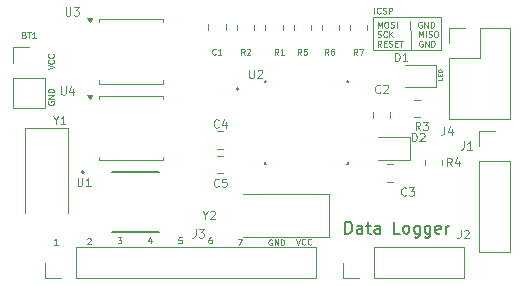
<source format=gbr>
%TF.GenerationSoftware,KiCad,Pcbnew,8.0.5*%
%TF.CreationDate,2024-09-30T08:41:21+06:00*%
%TF.ProjectId,MCU Datalogger,4d435520-4461-4746-916c-6f676765722e,rev?*%
%TF.SameCoordinates,Original*%
%TF.FileFunction,Legend,Top*%
%TF.FilePolarity,Positive*%
%FSLAX46Y46*%
G04 Gerber Fmt 4.6, Leading zero omitted, Abs format (unit mm)*
G04 Created by KiCad (PCBNEW 8.0.5) date 2024-09-30 08:41:21*
%MOMM*%
%LPD*%
G01*
G04 APERTURE LIST*
%ADD10C,0.100000*%
%ADD11C,0.200000*%
%ADD12C,0.075000*%
%ADD13C,0.120000*%
%ADD14C,0.127000*%
G04 APERTURE END LIST*
D10*
X115124608Y-80358009D02*
X115291274Y-80858009D01*
X115291274Y-80858009D02*
X115457941Y-80358009D01*
X115910321Y-80810390D02*
X115886512Y-80834200D01*
X115886512Y-80834200D02*
X115815083Y-80858009D01*
X115815083Y-80858009D02*
X115767464Y-80858009D01*
X115767464Y-80858009D02*
X115696036Y-80834200D01*
X115696036Y-80834200D02*
X115648417Y-80786580D01*
X115648417Y-80786580D02*
X115624607Y-80738961D01*
X115624607Y-80738961D02*
X115600798Y-80643723D01*
X115600798Y-80643723D02*
X115600798Y-80572295D01*
X115600798Y-80572295D02*
X115624607Y-80477057D01*
X115624607Y-80477057D02*
X115648417Y-80429438D01*
X115648417Y-80429438D02*
X115696036Y-80381819D01*
X115696036Y-80381819D02*
X115767464Y-80358009D01*
X115767464Y-80358009D02*
X115815083Y-80358009D01*
X115815083Y-80358009D02*
X115886512Y-80381819D01*
X115886512Y-80381819D02*
X115910321Y-80405628D01*
X116410321Y-80810390D02*
X116386512Y-80834200D01*
X116386512Y-80834200D02*
X116315083Y-80858009D01*
X116315083Y-80858009D02*
X116267464Y-80858009D01*
X116267464Y-80858009D02*
X116196036Y-80834200D01*
X116196036Y-80834200D02*
X116148417Y-80786580D01*
X116148417Y-80786580D02*
X116124607Y-80738961D01*
X116124607Y-80738961D02*
X116100798Y-80643723D01*
X116100798Y-80643723D02*
X116100798Y-80572295D01*
X116100798Y-80572295D02*
X116124607Y-80477057D01*
X116124607Y-80477057D02*
X116148417Y-80429438D01*
X116148417Y-80429438D02*
X116196036Y-80381819D01*
X116196036Y-80381819D02*
X116267464Y-80358009D01*
X116267464Y-80358009D02*
X116315083Y-80358009D01*
X116315083Y-80358009D02*
X116386512Y-80381819D01*
X116386512Y-80381819D02*
X116410321Y-80405628D01*
X113070341Y-80432619D02*
X113022722Y-80408809D01*
X113022722Y-80408809D02*
X112951293Y-80408809D01*
X112951293Y-80408809D02*
X112879865Y-80432619D01*
X112879865Y-80432619D02*
X112832246Y-80480238D01*
X112832246Y-80480238D02*
X112808436Y-80527857D01*
X112808436Y-80527857D02*
X112784627Y-80623095D01*
X112784627Y-80623095D02*
X112784627Y-80694523D01*
X112784627Y-80694523D02*
X112808436Y-80789761D01*
X112808436Y-80789761D02*
X112832246Y-80837380D01*
X112832246Y-80837380D02*
X112879865Y-80885000D01*
X112879865Y-80885000D02*
X112951293Y-80908809D01*
X112951293Y-80908809D02*
X112998912Y-80908809D01*
X112998912Y-80908809D02*
X113070341Y-80885000D01*
X113070341Y-80885000D02*
X113094150Y-80861190D01*
X113094150Y-80861190D02*
X113094150Y-80694523D01*
X113094150Y-80694523D02*
X112998912Y-80694523D01*
X113308436Y-80908809D02*
X113308436Y-80408809D01*
X113308436Y-80408809D02*
X113594150Y-80908809D01*
X113594150Y-80908809D02*
X113594150Y-80408809D01*
X113832246Y-80908809D02*
X113832246Y-80408809D01*
X113832246Y-80408809D02*
X113951294Y-80408809D01*
X113951294Y-80408809D02*
X114022722Y-80432619D01*
X114022722Y-80432619D02*
X114070341Y-80480238D01*
X114070341Y-80480238D02*
X114094151Y-80527857D01*
X114094151Y-80527857D02*
X114117960Y-80623095D01*
X114117960Y-80623095D02*
X114117960Y-80694523D01*
X114117960Y-80694523D02*
X114094151Y-80789761D01*
X114094151Y-80789761D02*
X114070341Y-80837380D01*
X114070341Y-80837380D02*
X114022722Y-80885000D01*
X114022722Y-80885000D02*
X113951294Y-80908809D01*
X113951294Y-80908809D02*
X113832246Y-80908809D01*
X110170017Y-80408809D02*
X110503350Y-80408809D01*
X110503350Y-80408809D02*
X110289065Y-80908809D01*
X107942722Y-80256409D02*
X107847484Y-80256409D01*
X107847484Y-80256409D02*
X107799865Y-80280219D01*
X107799865Y-80280219D02*
X107776055Y-80304028D01*
X107776055Y-80304028D02*
X107728436Y-80375457D01*
X107728436Y-80375457D02*
X107704627Y-80470695D01*
X107704627Y-80470695D02*
X107704627Y-80661171D01*
X107704627Y-80661171D02*
X107728436Y-80708790D01*
X107728436Y-80708790D02*
X107752246Y-80732600D01*
X107752246Y-80732600D02*
X107799865Y-80756409D01*
X107799865Y-80756409D02*
X107895103Y-80756409D01*
X107895103Y-80756409D02*
X107942722Y-80732600D01*
X107942722Y-80732600D02*
X107966531Y-80708790D01*
X107966531Y-80708790D02*
X107990341Y-80661171D01*
X107990341Y-80661171D02*
X107990341Y-80542123D01*
X107990341Y-80542123D02*
X107966531Y-80494504D01*
X107966531Y-80494504D02*
X107942722Y-80470695D01*
X107942722Y-80470695D02*
X107895103Y-80446885D01*
X107895103Y-80446885D02*
X107799865Y-80446885D01*
X107799865Y-80446885D02*
X107752246Y-80470695D01*
X107752246Y-80470695D02*
X107728436Y-80494504D01*
X107728436Y-80494504D02*
X107704627Y-80542123D01*
X105426531Y-80256409D02*
X105188436Y-80256409D01*
X105188436Y-80256409D02*
X105164627Y-80494504D01*
X105164627Y-80494504D02*
X105188436Y-80470695D01*
X105188436Y-80470695D02*
X105236055Y-80446885D01*
X105236055Y-80446885D02*
X105355103Y-80446885D01*
X105355103Y-80446885D02*
X105402722Y-80470695D01*
X105402722Y-80470695D02*
X105426531Y-80494504D01*
X105426531Y-80494504D02*
X105450341Y-80542123D01*
X105450341Y-80542123D02*
X105450341Y-80661171D01*
X105450341Y-80661171D02*
X105426531Y-80708790D01*
X105426531Y-80708790D02*
X105402722Y-80732600D01*
X105402722Y-80732600D02*
X105355103Y-80756409D01*
X105355103Y-80756409D02*
X105236055Y-80756409D01*
X105236055Y-80756409D02*
X105188436Y-80732600D01*
X105188436Y-80732600D02*
X105164627Y-80708790D01*
X102862722Y-80423076D02*
X102862722Y-80756409D01*
X102743674Y-80232600D02*
X102624627Y-80589742D01*
X102624627Y-80589742D02*
X102934150Y-80589742D01*
X100010017Y-80256409D02*
X100319541Y-80256409D01*
X100319541Y-80256409D02*
X100152874Y-80446885D01*
X100152874Y-80446885D02*
X100224303Y-80446885D01*
X100224303Y-80446885D02*
X100271922Y-80470695D01*
X100271922Y-80470695D02*
X100295731Y-80494504D01*
X100295731Y-80494504D02*
X100319541Y-80542123D01*
X100319541Y-80542123D02*
X100319541Y-80661171D01*
X100319541Y-80661171D02*
X100295731Y-80708790D01*
X100295731Y-80708790D02*
X100271922Y-80732600D01*
X100271922Y-80732600D02*
X100224303Y-80756409D01*
X100224303Y-80756409D02*
X100081446Y-80756409D01*
X100081446Y-80756409D02*
X100033827Y-80732600D01*
X100033827Y-80732600D02*
X100010017Y-80708790D01*
X97443027Y-80354828D02*
X97466836Y-80331019D01*
X97466836Y-80331019D02*
X97514455Y-80307209D01*
X97514455Y-80307209D02*
X97633503Y-80307209D01*
X97633503Y-80307209D02*
X97681122Y-80331019D01*
X97681122Y-80331019D02*
X97704931Y-80354828D01*
X97704931Y-80354828D02*
X97728741Y-80402447D01*
X97728741Y-80402447D02*
X97728741Y-80450066D01*
X97728741Y-80450066D02*
X97704931Y-80521495D01*
X97704931Y-80521495D02*
X97419217Y-80807209D01*
X97419217Y-80807209D02*
X97728741Y-80807209D01*
X94934741Y-80858009D02*
X94649027Y-80858009D01*
X94791884Y-80858009D02*
X94791884Y-80358009D01*
X94791884Y-80358009D02*
X94744265Y-80429438D01*
X94744265Y-80429438D02*
X94696646Y-80477057D01*
X94696646Y-80477057D02*
X94649027Y-80500866D01*
X94124809Y-66028191D02*
X94624809Y-65861525D01*
X94624809Y-65861525D02*
X94124809Y-65694858D01*
X94577190Y-65242478D02*
X94601000Y-65266287D01*
X94601000Y-65266287D02*
X94624809Y-65337716D01*
X94624809Y-65337716D02*
X94624809Y-65385335D01*
X94624809Y-65385335D02*
X94601000Y-65456763D01*
X94601000Y-65456763D02*
X94553380Y-65504382D01*
X94553380Y-65504382D02*
X94505761Y-65528192D01*
X94505761Y-65528192D02*
X94410523Y-65552001D01*
X94410523Y-65552001D02*
X94339095Y-65552001D01*
X94339095Y-65552001D02*
X94243857Y-65528192D01*
X94243857Y-65528192D02*
X94196238Y-65504382D01*
X94196238Y-65504382D02*
X94148619Y-65456763D01*
X94148619Y-65456763D02*
X94124809Y-65385335D01*
X94124809Y-65385335D02*
X94124809Y-65337716D01*
X94124809Y-65337716D02*
X94148619Y-65266287D01*
X94148619Y-65266287D02*
X94172428Y-65242478D01*
X94577190Y-64742478D02*
X94601000Y-64766287D01*
X94601000Y-64766287D02*
X94624809Y-64837716D01*
X94624809Y-64837716D02*
X94624809Y-64885335D01*
X94624809Y-64885335D02*
X94601000Y-64956763D01*
X94601000Y-64956763D02*
X94553380Y-65004382D01*
X94553380Y-65004382D02*
X94505761Y-65028192D01*
X94505761Y-65028192D02*
X94410523Y-65052001D01*
X94410523Y-65052001D02*
X94339095Y-65052001D01*
X94339095Y-65052001D02*
X94243857Y-65028192D01*
X94243857Y-65028192D02*
X94196238Y-65004382D01*
X94196238Y-65004382D02*
X94148619Y-64956763D01*
X94148619Y-64956763D02*
X94124809Y-64885335D01*
X94124809Y-64885335D02*
X94124809Y-64837716D01*
X94124809Y-64837716D02*
X94148619Y-64766287D01*
X94148619Y-64766287D02*
X94172428Y-64742478D01*
X94148619Y-68742858D02*
X94124809Y-68790477D01*
X94124809Y-68790477D02*
X94124809Y-68861906D01*
X94124809Y-68861906D02*
X94148619Y-68933334D01*
X94148619Y-68933334D02*
X94196238Y-68980953D01*
X94196238Y-68980953D02*
X94243857Y-69004763D01*
X94243857Y-69004763D02*
X94339095Y-69028572D01*
X94339095Y-69028572D02*
X94410523Y-69028572D01*
X94410523Y-69028572D02*
X94505761Y-69004763D01*
X94505761Y-69004763D02*
X94553380Y-68980953D01*
X94553380Y-68980953D02*
X94601000Y-68933334D01*
X94601000Y-68933334D02*
X94624809Y-68861906D01*
X94624809Y-68861906D02*
X94624809Y-68814287D01*
X94624809Y-68814287D02*
X94601000Y-68742858D01*
X94601000Y-68742858D02*
X94577190Y-68719049D01*
X94577190Y-68719049D02*
X94410523Y-68719049D01*
X94410523Y-68719049D02*
X94410523Y-68814287D01*
X94624809Y-68504763D02*
X94124809Y-68504763D01*
X94124809Y-68504763D02*
X94624809Y-68219049D01*
X94624809Y-68219049D02*
X94124809Y-68219049D01*
X94624809Y-67980953D02*
X94124809Y-67980953D01*
X94124809Y-67980953D02*
X94124809Y-67861905D01*
X94124809Y-67861905D02*
X94148619Y-67790477D01*
X94148619Y-67790477D02*
X94196238Y-67742858D01*
X94196238Y-67742858D02*
X94243857Y-67719048D01*
X94243857Y-67719048D02*
X94339095Y-67695239D01*
X94339095Y-67695239D02*
X94410523Y-67695239D01*
X94410523Y-67695239D02*
X94505761Y-67719048D01*
X94505761Y-67719048D02*
X94553380Y-67742858D01*
X94553380Y-67742858D02*
X94601000Y-67790477D01*
X94601000Y-67790477D02*
X94624809Y-67861905D01*
X94624809Y-67861905D02*
X94624809Y-67980953D01*
X121749236Y-61300009D02*
X121749236Y-60800009D01*
X122273045Y-61252390D02*
X122249236Y-61276200D01*
X122249236Y-61276200D02*
X122177807Y-61300009D01*
X122177807Y-61300009D02*
X122130188Y-61300009D01*
X122130188Y-61300009D02*
X122058760Y-61276200D01*
X122058760Y-61276200D02*
X122011141Y-61228580D01*
X122011141Y-61228580D02*
X121987331Y-61180961D01*
X121987331Y-61180961D02*
X121963522Y-61085723D01*
X121963522Y-61085723D02*
X121963522Y-61014295D01*
X121963522Y-61014295D02*
X121987331Y-60919057D01*
X121987331Y-60919057D02*
X122011141Y-60871438D01*
X122011141Y-60871438D02*
X122058760Y-60823819D01*
X122058760Y-60823819D02*
X122130188Y-60800009D01*
X122130188Y-60800009D02*
X122177807Y-60800009D01*
X122177807Y-60800009D02*
X122249236Y-60823819D01*
X122249236Y-60823819D02*
X122273045Y-60847628D01*
X122463522Y-61276200D02*
X122534950Y-61300009D01*
X122534950Y-61300009D02*
X122653998Y-61300009D01*
X122653998Y-61300009D02*
X122701617Y-61276200D01*
X122701617Y-61276200D02*
X122725426Y-61252390D01*
X122725426Y-61252390D02*
X122749236Y-61204771D01*
X122749236Y-61204771D02*
X122749236Y-61157152D01*
X122749236Y-61157152D02*
X122725426Y-61109533D01*
X122725426Y-61109533D02*
X122701617Y-61085723D01*
X122701617Y-61085723D02*
X122653998Y-61061914D01*
X122653998Y-61061914D02*
X122558760Y-61038104D01*
X122558760Y-61038104D02*
X122511141Y-61014295D01*
X122511141Y-61014295D02*
X122487331Y-60990485D01*
X122487331Y-60990485D02*
X122463522Y-60942866D01*
X122463522Y-60942866D02*
X122463522Y-60895247D01*
X122463522Y-60895247D02*
X122487331Y-60847628D01*
X122487331Y-60847628D02*
X122511141Y-60823819D01*
X122511141Y-60823819D02*
X122558760Y-60800009D01*
X122558760Y-60800009D02*
X122677807Y-60800009D01*
X122677807Y-60800009D02*
X122749236Y-60823819D01*
X122963521Y-61300009D02*
X122963521Y-60800009D01*
X122963521Y-60800009D02*
X123153997Y-60800009D01*
X123153997Y-60800009D02*
X123201616Y-60823819D01*
X123201616Y-60823819D02*
X123225426Y-60847628D01*
X123225426Y-60847628D02*
X123249235Y-60895247D01*
X123249235Y-60895247D02*
X123249235Y-60966676D01*
X123249235Y-60966676D02*
X123225426Y-61014295D01*
X123225426Y-61014295D02*
X123201616Y-61038104D01*
X123201616Y-61038104D02*
X123153997Y-61061914D01*
X123153997Y-61061914D02*
X122963521Y-61061914D01*
X121666000Y-61620400D02*
X127406400Y-61620400D01*
X127406400Y-64414400D01*
X121666000Y-64414400D01*
X121666000Y-61620400D01*
X122054036Y-62484065D02*
X122054036Y-61984065D01*
X122054036Y-61984065D02*
X122220703Y-62341208D01*
X122220703Y-62341208D02*
X122387369Y-61984065D01*
X122387369Y-61984065D02*
X122387369Y-62484065D01*
X122720703Y-61984065D02*
X122815941Y-61984065D01*
X122815941Y-61984065D02*
X122863560Y-62007875D01*
X122863560Y-62007875D02*
X122911179Y-62055494D01*
X122911179Y-62055494D02*
X122934989Y-62150732D01*
X122934989Y-62150732D02*
X122934989Y-62317398D01*
X122934989Y-62317398D02*
X122911179Y-62412636D01*
X122911179Y-62412636D02*
X122863560Y-62460256D01*
X122863560Y-62460256D02*
X122815941Y-62484065D01*
X122815941Y-62484065D02*
X122720703Y-62484065D01*
X122720703Y-62484065D02*
X122673084Y-62460256D01*
X122673084Y-62460256D02*
X122625465Y-62412636D01*
X122625465Y-62412636D02*
X122601656Y-62317398D01*
X122601656Y-62317398D02*
X122601656Y-62150732D01*
X122601656Y-62150732D02*
X122625465Y-62055494D01*
X122625465Y-62055494D02*
X122673084Y-62007875D01*
X122673084Y-62007875D02*
X122720703Y-61984065D01*
X123125466Y-62460256D02*
X123196894Y-62484065D01*
X123196894Y-62484065D02*
X123315942Y-62484065D01*
X123315942Y-62484065D02*
X123363561Y-62460256D01*
X123363561Y-62460256D02*
X123387370Y-62436446D01*
X123387370Y-62436446D02*
X123411180Y-62388827D01*
X123411180Y-62388827D02*
X123411180Y-62341208D01*
X123411180Y-62341208D02*
X123387370Y-62293589D01*
X123387370Y-62293589D02*
X123363561Y-62269779D01*
X123363561Y-62269779D02*
X123315942Y-62245970D01*
X123315942Y-62245970D02*
X123220704Y-62222160D01*
X123220704Y-62222160D02*
X123173085Y-62198351D01*
X123173085Y-62198351D02*
X123149275Y-62174541D01*
X123149275Y-62174541D02*
X123125466Y-62126922D01*
X123125466Y-62126922D02*
X123125466Y-62079303D01*
X123125466Y-62079303D02*
X123149275Y-62031684D01*
X123149275Y-62031684D02*
X123173085Y-62007875D01*
X123173085Y-62007875D02*
X123220704Y-61984065D01*
X123220704Y-61984065D02*
X123339751Y-61984065D01*
X123339751Y-61984065D02*
X123411180Y-62007875D01*
X123625465Y-62484065D02*
X123625465Y-61984065D01*
X124744512Y-62650732D02*
X124744512Y-61936446D01*
X125744511Y-62007875D02*
X125696892Y-61984065D01*
X125696892Y-61984065D02*
X125625463Y-61984065D01*
X125625463Y-61984065D02*
X125554035Y-62007875D01*
X125554035Y-62007875D02*
X125506416Y-62055494D01*
X125506416Y-62055494D02*
X125482606Y-62103113D01*
X125482606Y-62103113D02*
X125458797Y-62198351D01*
X125458797Y-62198351D02*
X125458797Y-62269779D01*
X125458797Y-62269779D02*
X125482606Y-62365017D01*
X125482606Y-62365017D02*
X125506416Y-62412636D01*
X125506416Y-62412636D02*
X125554035Y-62460256D01*
X125554035Y-62460256D02*
X125625463Y-62484065D01*
X125625463Y-62484065D02*
X125673082Y-62484065D01*
X125673082Y-62484065D02*
X125744511Y-62460256D01*
X125744511Y-62460256D02*
X125768320Y-62436446D01*
X125768320Y-62436446D02*
X125768320Y-62269779D01*
X125768320Y-62269779D02*
X125673082Y-62269779D01*
X125982606Y-62484065D02*
X125982606Y-61984065D01*
X125982606Y-61984065D02*
X126268320Y-62484065D01*
X126268320Y-62484065D02*
X126268320Y-61984065D01*
X126506416Y-62484065D02*
X126506416Y-61984065D01*
X126506416Y-61984065D02*
X126625464Y-61984065D01*
X126625464Y-61984065D02*
X126696892Y-62007875D01*
X126696892Y-62007875D02*
X126744511Y-62055494D01*
X126744511Y-62055494D02*
X126768321Y-62103113D01*
X126768321Y-62103113D02*
X126792130Y-62198351D01*
X126792130Y-62198351D02*
X126792130Y-62269779D01*
X126792130Y-62269779D02*
X126768321Y-62365017D01*
X126768321Y-62365017D02*
X126744511Y-62412636D01*
X126744511Y-62412636D02*
X126696892Y-62460256D01*
X126696892Y-62460256D02*
X126625464Y-62484065D01*
X126625464Y-62484065D02*
X126506416Y-62484065D01*
X122030227Y-63265228D02*
X122101655Y-63289037D01*
X122101655Y-63289037D02*
X122220703Y-63289037D01*
X122220703Y-63289037D02*
X122268322Y-63265228D01*
X122268322Y-63265228D02*
X122292131Y-63241418D01*
X122292131Y-63241418D02*
X122315941Y-63193799D01*
X122315941Y-63193799D02*
X122315941Y-63146180D01*
X122315941Y-63146180D02*
X122292131Y-63098561D01*
X122292131Y-63098561D02*
X122268322Y-63074751D01*
X122268322Y-63074751D02*
X122220703Y-63050942D01*
X122220703Y-63050942D02*
X122125465Y-63027132D01*
X122125465Y-63027132D02*
X122077846Y-63003323D01*
X122077846Y-63003323D02*
X122054036Y-62979513D01*
X122054036Y-62979513D02*
X122030227Y-62931894D01*
X122030227Y-62931894D02*
X122030227Y-62884275D01*
X122030227Y-62884275D02*
X122054036Y-62836656D01*
X122054036Y-62836656D02*
X122077846Y-62812847D01*
X122077846Y-62812847D02*
X122125465Y-62789037D01*
X122125465Y-62789037D02*
X122244512Y-62789037D01*
X122244512Y-62789037D02*
X122315941Y-62812847D01*
X122815940Y-63241418D02*
X122792131Y-63265228D01*
X122792131Y-63265228D02*
X122720702Y-63289037D01*
X122720702Y-63289037D02*
X122673083Y-63289037D01*
X122673083Y-63289037D02*
X122601655Y-63265228D01*
X122601655Y-63265228D02*
X122554036Y-63217608D01*
X122554036Y-63217608D02*
X122530226Y-63169989D01*
X122530226Y-63169989D02*
X122506417Y-63074751D01*
X122506417Y-63074751D02*
X122506417Y-63003323D01*
X122506417Y-63003323D02*
X122530226Y-62908085D01*
X122530226Y-62908085D02*
X122554036Y-62860466D01*
X122554036Y-62860466D02*
X122601655Y-62812847D01*
X122601655Y-62812847D02*
X122673083Y-62789037D01*
X122673083Y-62789037D02*
X122720702Y-62789037D01*
X122720702Y-62789037D02*
X122792131Y-62812847D01*
X122792131Y-62812847D02*
X122815940Y-62836656D01*
X123030226Y-63289037D02*
X123030226Y-62789037D01*
X123315940Y-63289037D02*
X123101655Y-63003323D01*
X123315940Y-62789037D02*
X123030226Y-63074751D01*
X124815940Y-63455704D02*
X124815940Y-62741418D01*
X125554034Y-63289037D02*
X125554034Y-62789037D01*
X125554034Y-62789037D02*
X125720701Y-63146180D01*
X125720701Y-63146180D02*
X125887367Y-62789037D01*
X125887367Y-62789037D02*
X125887367Y-63289037D01*
X126125463Y-63289037D02*
X126125463Y-62789037D01*
X126339749Y-63265228D02*
X126411177Y-63289037D01*
X126411177Y-63289037D02*
X126530225Y-63289037D01*
X126530225Y-63289037D02*
X126577844Y-63265228D01*
X126577844Y-63265228D02*
X126601653Y-63241418D01*
X126601653Y-63241418D02*
X126625463Y-63193799D01*
X126625463Y-63193799D02*
X126625463Y-63146180D01*
X126625463Y-63146180D02*
X126601653Y-63098561D01*
X126601653Y-63098561D02*
X126577844Y-63074751D01*
X126577844Y-63074751D02*
X126530225Y-63050942D01*
X126530225Y-63050942D02*
X126434987Y-63027132D01*
X126434987Y-63027132D02*
X126387368Y-63003323D01*
X126387368Y-63003323D02*
X126363558Y-62979513D01*
X126363558Y-62979513D02*
X126339749Y-62931894D01*
X126339749Y-62931894D02*
X126339749Y-62884275D01*
X126339749Y-62884275D02*
X126363558Y-62836656D01*
X126363558Y-62836656D02*
X126387368Y-62812847D01*
X126387368Y-62812847D02*
X126434987Y-62789037D01*
X126434987Y-62789037D02*
X126554034Y-62789037D01*
X126554034Y-62789037D02*
X126625463Y-62812847D01*
X126934986Y-62789037D02*
X127030224Y-62789037D01*
X127030224Y-62789037D02*
X127077843Y-62812847D01*
X127077843Y-62812847D02*
X127125462Y-62860466D01*
X127125462Y-62860466D02*
X127149272Y-62955704D01*
X127149272Y-62955704D02*
X127149272Y-63122370D01*
X127149272Y-63122370D02*
X127125462Y-63217608D01*
X127125462Y-63217608D02*
X127077843Y-63265228D01*
X127077843Y-63265228D02*
X127030224Y-63289037D01*
X127030224Y-63289037D02*
X126934986Y-63289037D01*
X126934986Y-63289037D02*
X126887367Y-63265228D01*
X126887367Y-63265228D02*
X126839748Y-63217608D01*
X126839748Y-63217608D02*
X126815939Y-63122370D01*
X126815939Y-63122370D02*
X126815939Y-62955704D01*
X126815939Y-62955704D02*
X126839748Y-62860466D01*
X126839748Y-62860466D02*
X126887367Y-62812847D01*
X126887367Y-62812847D02*
X126934986Y-62789037D01*
X122339750Y-64094009D02*
X122173084Y-63855914D01*
X122054036Y-64094009D02*
X122054036Y-63594009D01*
X122054036Y-63594009D02*
X122244512Y-63594009D01*
X122244512Y-63594009D02*
X122292131Y-63617819D01*
X122292131Y-63617819D02*
X122315941Y-63641628D01*
X122315941Y-63641628D02*
X122339750Y-63689247D01*
X122339750Y-63689247D02*
X122339750Y-63760676D01*
X122339750Y-63760676D02*
X122315941Y-63808295D01*
X122315941Y-63808295D02*
X122292131Y-63832104D01*
X122292131Y-63832104D02*
X122244512Y-63855914D01*
X122244512Y-63855914D02*
X122054036Y-63855914D01*
X122554036Y-63832104D02*
X122720703Y-63832104D01*
X122792131Y-64094009D02*
X122554036Y-64094009D01*
X122554036Y-64094009D02*
X122554036Y-63594009D01*
X122554036Y-63594009D02*
X122792131Y-63594009D01*
X122982608Y-64070200D02*
X123054036Y-64094009D01*
X123054036Y-64094009D02*
X123173084Y-64094009D01*
X123173084Y-64094009D02*
X123220703Y-64070200D01*
X123220703Y-64070200D02*
X123244512Y-64046390D01*
X123244512Y-64046390D02*
X123268322Y-63998771D01*
X123268322Y-63998771D02*
X123268322Y-63951152D01*
X123268322Y-63951152D02*
X123244512Y-63903533D01*
X123244512Y-63903533D02*
X123220703Y-63879723D01*
X123220703Y-63879723D02*
X123173084Y-63855914D01*
X123173084Y-63855914D02*
X123077846Y-63832104D01*
X123077846Y-63832104D02*
X123030227Y-63808295D01*
X123030227Y-63808295D02*
X123006417Y-63784485D01*
X123006417Y-63784485D02*
X122982608Y-63736866D01*
X122982608Y-63736866D02*
X122982608Y-63689247D01*
X122982608Y-63689247D02*
X123006417Y-63641628D01*
X123006417Y-63641628D02*
X123030227Y-63617819D01*
X123030227Y-63617819D02*
X123077846Y-63594009D01*
X123077846Y-63594009D02*
X123196893Y-63594009D01*
X123196893Y-63594009D02*
X123268322Y-63617819D01*
X123482607Y-63832104D02*
X123649274Y-63832104D01*
X123720702Y-64094009D02*
X123482607Y-64094009D01*
X123482607Y-64094009D02*
X123482607Y-63594009D01*
X123482607Y-63594009D02*
X123720702Y-63594009D01*
X123863560Y-63594009D02*
X124149274Y-63594009D01*
X124006417Y-64094009D02*
X124006417Y-63594009D01*
X124815940Y-64260676D02*
X124815940Y-63546390D01*
X125815939Y-63617819D02*
X125768320Y-63594009D01*
X125768320Y-63594009D02*
X125696891Y-63594009D01*
X125696891Y-63594009D02*
X125625463Y-63617819D01*
X125625463Y-63617819D02*
X125577844Y-63665438D01*
X125577844Y-63665438D02*
X125554034Y-63713057D01*
X125554034Y-63713057D02*
X125530225Y-63808295D01*
X125530225Y-63808295D02*
X125530225Y-63879723D01*
X125530225Y-63879723D02*
X125554034Y-63974961D01*
X125554034Y-63974961D02*
X125577844Y-64022580D01*
X125577844Y-64022580D02*
X125625463Y-64070200D01*
X125625463Y-64070200D02*
X125696891Y-64094009D01*
X125696891Y-64094009D02*
X125744510Y-64094009D01*
X125744510Y-64094009D02*
X125815939Y-64070200D01*
X125815939Y-64070200D02*
X125839748Y-64046390D01*
X125839748Y-64046390D02*
X125839748Y-63879723D01*
X125839748Y-63879723D02*
X125744510Y-63879723D01*
X126054034Y-64094009D02*
X126054034Y-63594009D01*
X126054034Y-63594009D02*
X126339748Y-64094009D01*
X126339748Y-64094009D02*
X126339748Y-63594009D01*
X126577844Y-64094009D02*
X126577844Y-63594009D01*
X126577844Y-63594009D02*
X126696892Y-63594009D01*
X126696892Y-63594009D02*
X126768320Y-63617819D01*
X126768320Y-63617819D02*
X126815939Y-63665438D01*
X126815939Y-63665438D02*
X126839749Y-63713057D01*
X126839749Y-63713057D02*
X126863558Y-63808295D01*
X126863558Y-63808295D02*
X126863558Y-63879723D01*
X126863558Y-63879723D02*
X126839749Y-63974961D01*
X126839749Y-63974961D02*
X126815939Y-64022580D01*
X126815939Y-64022580D02*
X126768320Y-64070200D01*
X126768320Y-64070200D02*
X126696892Y-64094009D01*
X126696892Y-64094009D02*
X126577844Y-64094009D01*
D11*
X119292473Y-79928019D02*
X119292473Y-78928019D01*
X119292473Y-78928019D02*
X119530568Y-78928019D01*
X119530568Y-78928019D02*
X119673425Y-78975638D01*
X119673425Y-78975638D02*
X119768663Y-79070876D01*
X119768663Y-79070876D02*
X119816282Y-79166114D01*
X119816282Y-79166114D02*
X119863901Y-79356590D01*
X119863901Y-79356590D02*
X119863901Y-79499447D01*
X119863901Y-79499447D02*
X119816282Y-79689923D01*
X119816282Y-79689923D02*
X119768663Y-79785161D01*
X119768663Y-79785161D02*
X119673425Y-79880400D01*
X119673425Y-79880400D02*
X119530568Y-79928019D01*
X119530568Y-79928019D02*
X119292473Y-79928019D01*
X120721044Y-79928019D02*
X120721044Y-79404209D01*
X120721044Y-79404209D02*
X120673425Y-79308971D01*
X120673425Y-79308971D02*
X120578187Y-79261352D01*
X120578187Y-79261352D02*
X120387711Y-79261352D01*
X120387711Y-79261352D02*
X120292473Y-79308971D01*
X120721044Y-79880400D02*
X120625806Y-79928019D01*
X120625806Y-79928019D02*
X120387711Y-79928019D01*
X120387711Y-79928019D02*
X120292473Y-79880400D01*
X120292473Y-79880400D02*
X120244854Y-79785161D01*
X120244854Y-79785161D02*
X120244854Y-79689923D01*
X120244854Y-79689923D02*
X120292473Y-79594685D01*
X120292473Y-79594685D02*
X120387711Y-79547066D01*
X120387711Y-79547066D02*
X120625806Y-79547066D01*
X120625806Y-79547066D02*
X120721044Y-79499447D01*
X121054378Y-79261352D02*
X121435330Y-79261352D01*
X121197235Y-78928019D02*
X121197235Y-79785161D01*
X121197235Y-79785161D02*
X121244854Y-79880400D01*
X121244854Y-79880400D02*
X121340092Y-79928019D01*
X121340092Y-79928019D02*
X121435330Y-79928019D01*
X122197235Y-79928019D02*
X122197235Y-79404209D01*
X122197235Y-79404209D02*
X122149616Y-79308971D01*
X122149616Y-79308971D02*
X122054378Y-79261352D01*
X122054378Y-79261352D02*
X121863902Y-79261352D01*
X121863902Y-79261352D02*
X121768664Y-79308971D01*
X122197235Y-79880400D02*
X122101997Y-79928019D01*
X122101997Y-79928019D02*
X121863902Y-79928019D01*
X121863902Y-79928019D02*
X121768664Y-79880400D01*
X121768664Y-79880400D02*
X121721045Y-79785161D01*
X121721045Y-79785161D02*
X121721045Y-79689923D01*
X121721045Y-79689923D02*
X121768664Y-79594685D01*
X121768664Y-79594685D02*
X121863902Y-79547066D01*
X121863902Y-79547066D02*
X122101997Y-79547066D01*
X122101997Y-79547066D02*
X122197235Y-79499447D01*
X123911521Y-79928019D02*
X123435331Y-79928019D01*
X123435331Y-79928019D02*
X123435331Y-78928019D01*
X124387712Y-79928019D02*
X124292474Y-79880400D01*
X124292474Y-79880400D02*
X124244855Y-79832780D01*
X124244855Y-79832780D02*
X124197236Y-79737542D01*
X124197236Y-79737542D02*
X124197236Y-79451828D01*
X124197236Y-79451828D02*
X124244855Y-79356590D01*
X124244855Y-79356590D02*
X124292474Y-79308971D01*
X124292474Y-79308971D02*
X124387712Y-79261352D01*
X124387712Y-79261352D02*
X124530569Y-79261352D01*
X124530569Y-79261352D02*
X124625807Y-79308971D01*
X124625807Y-79308971D02*
X124673426Y-79356590D01*
X124673426Y-79356590D02*
X124721045Y-79451828D01*
X124721045Y-79451828D02*
X124721045Y-79737542D01*
X124721045Y-79737542D02*
X124673426Y-79832780D01*
X124673426Y-79832780D02*
X124625807Y-79880400D01*
X124625807Y-79880400D02*
X124530569Y-79928019D01*
X124530569Y-79928019D02*
X124387712Y-79928019D01*
X125578188Y-79261352D02*
X125578188Y-80070876D01*
X125578188Y-80070876D02*
X125530569Y-80166114D01*
X125530569Y-80166114D02*
X125482950Y-80213733D01*
X125482950Y-80213733D02*
X125387712Y-80261352D01*
X125387712Y-80261352D02*
X125244855Y-80261352D01*
X125244855Y-80261352D02*
X125149617Y-80213733D01*
X125578188Y-79880400D02*
X125482950Y-79928019D01*
X125482950Y-79928019D02*
X125292474Y-79928019D01*
X125292474Y-79928019D02*
X125197236Y-79880400D01*
X125197236Y-79880400D02*
X125149617Y-79832780D01*
X125149617Y-79832780D02*
X125101998Y-79737542D01*
X125101998Y-79737542D02*
X125101998Y-79451828D01*
X125101998Y-79451828D02*
X125149617Y-79356590D01*
X125149617Y-79356590D02*
X125197236Y-79308971D01*
X125197236Y-79308971D02*
X125292474Y-79261352D01*
X125292474Y-79261352D02*
X125482950Y-79261352D01*
X125482950Y-79261352D02*
X125578188Y-79308971D01*
X126482950Y-79261352D02*
X126482950Y-80070876D01*
X126482950Y-80070876D02*
X126435331Y-80166114D01*
X126435331Y-80166114D02*
X126387712Y-80213733D01*
X126387712Y-80213733D02*
X126292474Y-80261352D01*
X126292474Y-80261352D02*
X126149617Y-80261352D01*
X126149617Y-80261352D02*
X126054379Y-80213733D01*
X126482950Y-79880400D02*
X126387712Y-79928019D01*
X126387712Y-79928019D02*
X126197236Y-79928019D01*
X126197236Y-79928019D02*
X126101998Y-79880400D01*
X126101998Y-79880400D02*
X126054379Y-79832780D01*
X126054379Y-79832780D02*
X126006760Y-79737542D01*
X126006760Y-79737542D02*
X126006760Y-79451828D01*
X126006760Y-79451828D02*
X126054379Y-79356590D01*
X126054379Y-79356590D02*
X126101998Y-79308971D01*
X126101998Y-79308971D02*
X126197236Y-79261352D01*
X126197236Y-79261352D02*
X126387712Y-79261352D01*
X126387712Y-79261352D02*
X126482950Y-79308971D01*
X127340093Y-79880400D02*
X127244855Y-79928019D01*
X127244855Y-79928019D02*
X127054379Y-79928019D01*
X127054379Y-79928019D02*
X126959141Y-79880400D01*
X126959141Y-79880400D02*
X126911522Y-79785161D01*
X126911522Y-79785161D02*
X126911522Y-79404209D01*
X126911522Y-79404209D02*
X126959141Y-79308971D01*
X126959141Y-79308971D02*
X127054379Y-79261352D01*
X127054379Y-79261352D02*
X127244855Y-79261352D01*
X127244855Y-79261352D02*
X127340093Y-79308971D01*
X127340093Y-79308971D02*
X127387712Y-79404209D01*
X127387712Y-79404209D02*
X127387712Y-79499447D01*
X127387712Y-79499447D02*
X126911522Y-79594685D01*
X127816284Y-79928019D02*
X127816284Y-79261352D01*
X127816284Y-79451828D02*
X127863903Y-79356590D01*
X127863903Y-79356590D02*
X127911522Y-79308971D01*
X127911522Y-79308971D02*
X128006760Y-79261352D01*
X128006760Y-79261352D02*
X128101998Y-79261352D01*
D10*
X95616666Y-60768633D02*
X95616666Y-61335300D01*
X95616666Y-61335300D02*
X95650000Y-61401966D01*
X95650000Y-61401966D02*
X95683333Y-61435300D01*
X95683333Y-61435300D02*
X95750000Y-61468633D01*
X95750000Y-61468633D02*
X95883333Y-61468633D01*
X95883333Y-61468633D02*
X95950000Y-61435300D01*
X95950000Y-61435300D02*
X95983333Y-61401966D01*
X95983333Y-61401966D02*
X96016666Y-61335300D01*
X96016666Y-61335300D02*
X96016666Y-60768633D01*
X96283333Y-60768633D02*
X96716666Y-60768633D01*
X96716666Y-60768633D02*
X96483333Y-61035300D01*
X96483333Y-61035300D02*
X96583333Y-61035300D01*
X96583333Y-61035300D02*
X96649999Y-61068633D01*
X96649999Y-61068633D02*
X96683333Y-61101966D01*
X96683333Y-61101966D02*
X96716666Y-61168633D01*
X96716666Y-61168633D02*
X96716666Y-61335300D01*
X96716666Y-61335300D02*
X96683333Y-61401966D01*
X96683333Y-61401966D02*
X96649999Y-61435300D01*
X96649999Y-61435300D02*
X96583333Y-61468633D01*
X96583333Y-61468633D02*
X96383333Y-61468633D01*
X96383333Y-61468633D02*
X96316666Y-61435300D01*
X96316666Y-61435300D02*
X96283333Y-61401966D01*
X117866666Y-64776109D02*
X117700000Y-64538014D01*
X117580952Y-64776109D02*
X117580952Y-64276109D01*
X117580952Y-64276109D02*
X117771428Y-64276109D01*
X117771428Y-64276109D02*
X117819047Y-64299919D01*
X117819047Y-64299919D02*
X117842857Y-64323728D01*
X117842857Y-64323728D02*
X117866666Y-64371347D01*
X117866666Y-64371347D02*
X117866666Y-64442776D01*
X117866666Y-64442776D02*
X117842857Y-64490395D01*
X117842857Y-64490395D02*
X117819047Y-64514204D01*
X117819047Y-64514204D02*
X117771428Y-64538014D01*
X117771428Y-64538014D02*
X117580952Y-64538014D01*
X118295238Y-64276109D02*
X118200000Y-64276109D01*
X118200000Y-64276109D02*
X118152381Y-64299919D01*
X118152381Y-64299919D02*
X118128571Y-64323728D01*
X118128571Y-64323728D02*
X118080952Y-64395157D01*
X118080952Y-64395157D02*
X118057143Y-64490395D01*
X118057143Y-64490395D02*
X118057143Y-64680871D01*
X118057143Y-64680871D02*
X118080952Y-64728490D01*
X118080952Y-64728490D02*
X118104762Y-64752300D01*
X118104762Y-64752300D02*
X118152381Y-64776109D01*
X118152381Y-64776109D02*
X118247619Y-64776109D01*
X118247619Y-64776109D02*
X118295238Y-64752300D01*
X118295238Y-64752300D02*
X118319047Y-64728490D01*
X118319047Y-64728490D02*
X118342857Y-64680871D01*
X118342857Y-64680871D02*
X118342857Y-64561823D01*
X118342857Y-64561823D02*
X118319047Y-64514204D01*
X118319047Y-64514204D02*
X118295238Y-64490395D01*
X118295238Y-64490395D02*
X118247619Y-64466585D01*
X118247619Y-64466585D02*
X118152381Y-64466585D01*
X118152381Y-64466585D02*
X118104762Y-64490395D01*
X118104762Y-64490395D02*
X118080952Y-64514204D01*
X118080952Y-64514204D02*
X118057143Y-64561823D01*
X111166666Y-66068633D02*
X111166666Y-66635300D01*
X111166666Y-66635300D02*
X111200000Y-66701966D01*
X111200000Y-66701966D02*
X111233333Y-66735300D01*
X111233333Y-66735300D02*
X111300000Y-66768633D01*
X111300000Y-66768633D02*
X111433333Y-66768633D01*
X111433333Y-66768633D02*
X111500000Y-66735300D01*
X111500000Y-66735300D02*
X111533333Y-66701966D01*
X111533333Y-66701966D02*
X111566666Y-66635300D01*
X111566666Y-66635300D02*
X111566666Y-66068633D01*
X111866666Y-66135300D02*
X111899999Y-66101966D01*
X111899999Y-66101966D02*
X111966666Y-66068633D01*
X111966666Y-66068633D02*
X112133333Y-66068633D01*
X112133333Y-66068633D02*
X112199999Y-66101966D01*
X112199999Y-66101966D02*
X112233333Y-66135300D01*
X112233333Y-66135300D02*
X112266666Y-66201966D01*
X112266666Y-66201966D02*
X112266666Y-66268633D01*
X112266666Y-66268633D02*
X112233333Y-66368633D01*
X112233333Y-66368633D02*
X111833333Y-66768633D01*
X111833333Y-66768633D02*
X112266666Y-66768633D01*
X110766666Y-64776109D02*
X110600000Y-64538014D01*
X110480952Y-64776109D02*
X110480952Y-64276109D01*
X110480952Y-64276109D02*
X110671428Y-64276109D01*
X110671428Y-64276109D02*
X110719047Y-64299919D01*
X110719047Y-64299919D02*
X110742857Y-64323728D01*
X110742857Y-64323728D02*
X110766666Y-64371347D01*
X110766666Y-64371347D02*
X110766666Y-64442776D01*
X110766666Y-64442776D02*
X110742857Y-64490395D01*
X110742857Y-64490395D02*
X110719047Y-64514204D01*
X110719047Y-64514204D02*
X110671428Y-64538014D01*
X110671428Y-64538014D02*
X110480952Y-64538014D01*
X110957143Y-64323728D02*
X110980952Y-64299919D01*
X110980952Y-64299919D02*
X111028571Y-64276109D01*
X111028571Y-64276109D02*
X111147619Y-64276109D01*
X111147619Y-64276109D02*
X111195238Y-64299919D01*
X111195238Y-64299919D02*
X111219047Y-64323728D01*
X111219047Y-64323728D02*
X111242857Y-64371347D01*
X111242857Y-64371347D02*
X111242857Y-64418966D01*
X111242857Y-64418966D02*
X111219047Y-64490395D01*
X111219047Y-64490395D02*
X110933333Y-64776109D01*
X110933333Y-64776109D02*
X111242857Y-64776109D01*
X92107143Y-63094204D02*
X92178571Y-63118014D01*
X92178571Y-63118014D02*
X92202381Y-63141823D01*
X92202381Y-63141823D02*
X92226190Y-63189442D01*
X92226190Y-63189442D02*
X92226190Y-63260871D01*
X92226190Y-63260871D02*
X92202381Y-63308490D01*
X92202381Y-63308490D02*
X92178571Y-63332300D01*
X92178571Y-63332300D02*
X92130952Y-63356109D01*
X92130952Y-63356109D02*
X91940476Y-63356109D01*
X91940476Y-63356109D02*
X91940476Y-62856109D01*
X91940476Y-62856109D02*
X92107143Y-62856109D01*
X92107143Y-62856109D02*
X92154762Y-62879919D01*
X92154762Y-62879919D02*
X92178571Y-62903728D01*
X92178571Y-62903728D02*
X92202381Y-62951347D01*
X92202381Y-62951347D02*
X92202381Y-62998966D01*
X92202381Y-62998966D02*
X92178571Y-63046585D01*
X92178571Y-63046585D02*
X92154762Y-63070395D01*
X92154762Y-63070395D02*
X92107143Y-63094204D01*
X92107143Y-63094204D02*
X91940476Y-63094204D01*
X92369048Y-62856109D02*
X92654762Y-62856109D01*
X92511905Y-63356109D02*
X92511905Y-62856109D01*
X93083333Y-63356109D02*
X92797619Y-63356109D01*
X92940476Y-63356109D02*
X92940476Y-62856109D01*
X92940476Y-62856109D02*
X92892857Y-62927538D01*
X92892857Y-62927538D02*
X92845238Y-62975157D01*
X92845238Y-62975157D02*
X92797619Y-62998966D01*
X113616666Y-64776109D02*
X113450000Y-64538014D01*
X113330952Y-64776109D02*
X113330952Y-64276109D01*
X113330952Y-64276109D02*
X113521428Y-64276109D01*
X113521428Y-64276109D02*
X113569047Y-64299919D01*
X113569047Y-64299919D02*
X113592857Y-64323728D01*
X113592857Y-64323728D02*
X113616666Y-64371347D01*
X113616666Y-64371347D02*
X113616666Y-64442776D01*
X113616666Y-64442776D02*
X113592857Y-64490395D01*
X113592857Y-64490395D02*
X113569047Y-64514204D01*
X113569047Y-64514204D02*
X113521428Y-64538014D01*
X113521428Y-64538014D02*
X113330952Y-64538014D01*
X114092857Y-64776109D02*
X113807143Y-64776109D01*
X113950000Y-64776109D02*
X113950000Y-64276109D01*
X113950000Y-64276109D02*
X113902381Y-64347538D01*
X113902381Y-64347538D02*
X113854762Y-64395157D01*
X113854762Y-64395157D02*
X113807143Y-64418966D01*
X96616666Y-75218633D02*
X96616666Y-75785300D01*
X96616666Y-75785300D02*
X96650000Y-75851966D01*
X96650000Y-75851966D02*
X96683333Y-75885300D01*
X96683333Y-75885300D02*
X96750000Y-75918633D01*
X96750000Y-75918633D02*
X96883333Y-75918633D01*
X96883333Y-75918633D02*
X96950000Y-75885300D01*
X96950000Y-75885300D02*
X96983333Y-75851966D01*
X96983333Y-75851966D02*
X97016666Y-75785300D01*
X97016666Y-75785300D02*
X97016666Y-75218633D01*
X97716666Y-75918633D02*
X97316666Y-75918633D01*
X97516666Y-75918633D02*
X97516666Y-75218633D01*
X97516666Y-75218633D02*
X97449999Y-75318633D01*
X97449999Y-75318633D02*
X97383333Y-75385300D01*
X97383333Y-75385300D02*
X97316666Y-75418633D01*
X115566666Y-64776109D02*
X115400000Y-64538014D01*
X115280952Y-64776109D02*
X115280952Y-64276109D01*
X115280952Y-64276109D02*
X115471428Y-64276109D01*
X115471428Y-64276109D02*
X115519047Y-64299919D01*
X115519047Y-64299919D02*
X115542857Y-64323728D01*
X115542857Y-64323728D02*
X115566666Y-64371347D01*
X115566666Y-64371347D02*
X115566666Y-64442776D01*
X115566666Y-64442776D02*
X115542857Y-64490395D01*
X115542857Y-64490395D02*
X115519047Y-64514204D01*
X115519047Y-64514204D02*
X115471428Y-64538014D01*
X115471428Y-64538014D02*
X115280952Y-64538014D01*
X116019047Y-64276109D02*
X115780952Y-64276109D01*
X115780952Y-64276109D02*
X115757143Y-64514204D01*
X115757143Y-64514204D02*
X115780952Y-64490395D01*
X115780952Y-64490395D02*
X115828571Y-64466585D01*
X115828571Y-64466585D02*
X115947619Y-64466585D01*
X115947619Y-64466585D02*
X115995238Y-64490395D01*
X115995238Y-64490395D02*
X116019047Y-64514204D01*
X116019047Y-64514204D02*
X116042857Y-64561823D01*
X116042857Y-64561823D02*
X116042857Y-64680871D01*
X116042857Y-64680871D02*
X116019047Y-64728490D01*
X116019047Y-64728490D02*
X115995238Y-64752300D01*
X115995238Y-64752300D02*
X115947619Y-64776109D01*
X115947619Y-64776109D02*
X115828571Y-64776109D01*
X115828571Y-64776109D02*
X115780952Y-64752300D01*
X115780952Y-64752300D02*
X115757143Y-64728490D01*
X108316666Y-64728490D02*
X108292857Y-64752300D01*
X108292857Y-64752300D02*
X108221428Y-64776109D01*
X108221428Y-64776109D02*
X108173809Y-64776109D01*
X108173809Y-64776109D02*
X108102381Y-64752300D01*
X108102381Y-64752300D02*
X108054762Y-64704680D01*
X108054762Y-64704680D02*
X108030952Y-64657061D01*
X108030952Y-64657061D02*
X108007143Y-64561823D01*
X108007143Y-64561823D02*
X108007143Y-64490395D01*
X108007143Y-64490395D02*
X108030952Y-64395157D01*
X108030952Y-64395157D02*
X108054762Y-64347538D01*
X108054762Y-64347538D02*
X108102381Y-64299919D01*
X108102381Y-64299919D02*
X108173809Y-64276109D01*
X108173809Y-64276109D02*
X108221428Y-64276109D01*
X108221428Y-64276109D02*
X108292857Y-64299919D01*
X108292857Y-64299919D02*
X108316666Y-64323728D01*
X108792857Y-64776109D02*
X108507143Y-64776109D01*
X108650000Y-64776109D02*
X108650000Y-64276109D01*
X108650000Y-64276109D02*
X108602381Y-64347538D01*
X108602381Y-64347538D02*
X108554762Y-64395157D01*
X108554762Y-64395157D02*
X108507143Y-64418966D01*
X106616666Y-79568633D02*
X106616666Y-80068633D01*
X106616666Y-80068633D02*
X106583333Y-80168633D01*
X106583333Y-80168633D02*
X106516666Y-80235300D01*
X106516666Y-80235300D02*
X106416666Y-80268633D01*
X106416666Y-80268633D02*
X106350000Y-80268633D01*
X106883333Y-79568633D02*
X107316666Y-79568633D01*
X107316666Y-79568633D02*
X107083333Y-79835300D01*
X107083333Y-79835300D02*
X107183333Y-79835300D01*
X107183333Y-79835300D02*
X107249999Y-79868633D01*
X107249999Y-79868633D02*
X107283333Y-79901966D01*
X107283333Y-79901966D02*
X107316666Y-79968633D01*
X107316666Y-79968633D02*
X107316666Y-80135300D01*
X107316666Y-80135300D02*
X107283333Y-80201966D01*
X107283333Y-80201966D02*
X107249999Y-80235300D01*
X107249999Y-80235300D02*
X107183333Y-80268633D01*
X107183333Y-80268633D02*
X106983333Y-80268633D01*
X106983333Y-80268633D02*
X106916666Y-80235300D01*
X106916666Y-80235300D02*
X106883333Y-80201966D01*
X129316666Y-72118633D02*
X129316666Y-72618633D01*
X129316666Y-72618633D02*
X129283333Y-72718633D01*
X129283333Y-72718633D02*
X129216666Y-72785300D01*
X129216666Y-72785300D02*
X129116666Y-72818633D01*
X129116666Y-72818633D02*
X129050000Y-72818633D01*
X130016666Y-72818633D02*
X129616666Y-72818633D01*
X129816666Y-72818633D02*
X129816666Y-72118633D01*
X129816666Y-72118633D02*
X129749999Y-72218633D01*
X129749999Y-72218633D02*
X129683333Y-72285300D01*
X129683333Y-72285300D02*
X129616666Y-72318633D01*
X107442267Y-78369700D02*
X107442267Y-78703033D01*
X107208933Y-78003033D02*
X107442267Y-78369700D01*
X107442267Y-78369700D02*
X107675600Y-78003033D01*
X107875600Y-78069700D02*
X107908933Y-78036366D01*
X107908933Y-78036366D02*
X107975600Y-78003033D01*
X107975600Y-78003033D02*
X108142267Y-78003033D01*
X108142267Y-78003033D02*
X108208933Y-78036366D01*
X108208933Y-78036366D02*
X108242267Y-78069700D01*
X108242267Y-78069700D02*
X108275600Y-78136366D01*
X108275600Y-78136366D02*
X108275600Y-78203033D01*
X108275600Y-78203033D02*
X108242267Y-78303033D01*
X108242267Y-78303033D02*
X107842267Y-78703033D01*
X107842267Y-78703033D02*
X108275600Y-78703033D01*
X120316666Y-64776109D02*
X120150000Y-64538014D01*
X120030952Y-64776109D02*
X120030952Y-64276109D01*
X120030952Y-64276109D02*
X120221428Y-64276109D01*
X120221428Y-64276109D02*
X120269047Y-64299919D01*
X120269047Y-64299919D02*
X120292857Y-64323728D01*
X120292857Y-64323728D02*
X120316666Y-64371347D01*
X120316666Y-64371347D02*
X120316666Y-64442776D01*
X120316666Y-64442776D02*
X120292857Y-64490395D01*
X120292857Y-64490395D02*
X120269047Y-64514204D01*
X120269047Y-64514204D02*
X120221428Y-64538014D01*
X120221428Y-64538014D02*
X120030952Y-64538014D01*
X120483333Y-64276109D02*
X120816666Y-64276109D01*
X120816666Y-64276109D02*
X120602381Y-64776109D01*
X108583333Y-75901966D02*
X108550000Y-75935300D01*
X108550000Y-75935300D02*
X108450000Y-75968633D01*
X108450000Y-75968633D02*
X108383333Y-75968633D01*
X108383333Y-75968633D02*
X108283333Y-75935300D01*
X108283333Y-75935300D02*
X108216667Y-75868633D01*
X108216667Y-75868633D02*
X108183333Y-75801966D01*
X108183333Y-75801966D02*
X108150000Y-75668633D01*
X108150000Y-75668633D02*
X108150000Y-75568633D01*
X108150000Y-75568633D02*
X108183333Y-75435300D01*
X108183333Y-75435300D02*
X108216667Y-75368633D01*
X108216667Y-75368633D02*
X108283333Y-75301966D01*
X108283333Y-75301966D02*
X108383333Y-75268633D01*
X108383333Y-75268633D02*
X108450000Y-75268633D01*
X108450000Y-75268633D02*
X108550000Y-75301966D01*
X108550000Y-75301966D02*
X108583333Y-75335300D01*
X109216667Y-75268633D02*
X108883333Y-75268633D01*
X108883333Y-75268633D02*
X108850000Y-75601966D01*
X108850000Y-75601966D02*
X108883333Y-75568633D01*
X108883333Y-75568633D02*
X108950000Y-75535300D01*
X108950000Y-75535300D02*
X109116667Y-75535300D01*
X109116667Y-75535300D02*
X109183333Y-75568633D01*
X109183333Y-75568633D02*
X109216667Y-75601966D01*
X109216667Y-75601966D02*
X109250000Y-75668633D01*
X109250000Y-75668633D02*
X109250000Y-75835300D01*
X109250000Y-75835300D02*
X109216667Y-75901966D01*
X109216667Y-75901966D02*
X109183333Y-75935300D01*
X109183333Y-75935300D02*
X109116667Y-75968633D01*
X109116667Y-75968633D02*
X108950000Y-75968633D01*
X108950000Y-75968633D02*
X108883333Y-75935300D01*
X108883333Y-75935300D02*
X108850000Y-75901966D01*
X125633333Y-71168633D02*
X125400000Y-70835300D01*
X125233333Y-71168633D02*
X125233333Y-70468633D01*
X125233333Y-70468633D02*
X125500000Y-70468633D01*
X125500000Y-70468633D02*
X125566667Y-70501966D01*
X125566667Y-70501966D02*
X125600000Y-70535300D01*
X125600000Y-70535300D02*
X125633333Y-70601966D01*
X125633333Y-70601966D02*
X125633333Y-70701966D01*
X125633333Y-70701966D02*
X125600000Y-70768633D01*
X125600000Y-70768633D02*
X125566667Y-70801966D01*
X125566667Y-70801966D02*
X125500000Y-70835300D01*
X125500000Y-70835300D02*
X125233333Y-70835300D01*
X125866667Y-70468633D02*
X126300000Y-70468633D01*
X126300000Y-70468633D02*
X126066667Y-70735300D01*
X126066667Y-70735300D02*
X126166667Y-70735300D01*
X126166667Y-70735300D02*
X126233333Y-70768633D01*
X126233333Y-70768633D02*
X126266667Y-70801966D01*
X126266667Y-70801966D02*
X126300000Y-70868633D01*
X126300000Y-70868633D02*
X126300000Y-71035300D01*
X126300000Y-71035300D02*
X126266667Y-71101966D01*
X126266667Y-71101966D02*
X126233333Y-71135300D01*
X126233333Y-71135300D02*
X126166667Y-71168633D01*
X126166667Y-71168633D02*
X125966667Y-71168633D01*
X125966667Y-71168633D02*
X125900000Y-71135300D01*
X125900000Y-71135300D02*
X125866667Y-71101966D01*
X129052666Y-79628633D02*
X129052666Y-80128633D01*
X129052666Y-80128633D02*
X129019333Y-80228633D01*
X129019333Y-80228633D02*
X128952666Y-80295300D01*
X128952666Y-80295300D02*
X128852666Y-80328633D01*
X128852666Y-80328633D02*
X128786000Y-80328633D01*
X129352666Y-79695300D02*
X129385999Y-79661966D01*
X129385999Y-79661966D02*
X129452666Y-79628633D01*
X129452666Y-79628633D02*
X129619333Y-79628633D01*
X129619333Y-79628633D02*
X129685999Y-79661966D01*
X129685999Y-79661966D02*
X129719333Y-79695300D01*
X129719333Y-79695300D02*
X129752666Y-79761966D01*
X129752666Y-79761966D02*
X129752666Y-79828633D01*
X129752666Y-79828633D02*
X129719333Y-79928633D01*
X129719333Y-79928633D02*
X129319333Y-80328633D01*
X129319333Y-80328633D02*
X129752666Y-80328633D01*
X124933333Y-72118633D02*
X124933333Y-71418633D01*
X124933333Y-71418633D02*
X125100000Y-71418633D01*
X125100000Y-71418633D02*
X125200000Y-71451966D01*
X125200000Y-71451966D02*
X125266667Y-71518633D01*
X125266667Y-71518633D02*
X125300000Y-71585300D01*
X125300000Y-71585300D02*
X125333333Y-71718633D01*
X125333333Y-71718633D02*
X125333333Y-71818633D01*
X125333333Y-71818633D02*
X125300000Y-71951966D01*
X125300000Y-71951966D02*
X125266667Y-72018633D01*
X125266667Y-72018633D02*
X125200000Y-72085300D01*
X125200000Y-72085300D02*
X125100000Y-72118633D01*
X125100000Y-72118633D02*
X124933333Y-72118633D01*
X125600000Y-71485300D02*
X125633333Y-71451966D01*
X125633333Y-71451966D02*
X125700000Y-71418633D01*
X125700000Y-71418633D02*
X125866667Y-71418633D01*
X125866667Y-71418633D02*
X125933333Y-71451966D01*
X125933333Y-71451966D02*
X125966667Y-71485300D01*
X125966667Y-71485300D02*
X126000000Y-71551966D01*
X126000000Y-71551966D02*
X126000000Y-71618633D01*
X126000000Y-71618633D02*
X125966667Y-71718633D01*
X125966667Y-71718633D02*
X125566667Y-72118633D01*
X125566667Y-72118633D02*
X126000000Y-72118633D01*
X123483333Y-65318633D02*
X123483333Y-64618633D01*
X123483333Y-64618633D02*
X123650000Y-64618633D01*
X123650000Y-64618633D02*
X123750000Y-64651966D01*
X123750000Y-64651966D02*
X123816667Y-64718633D01*
X123816667Y-64718633D02*
X123850000Y-64785300D01*
X123850000Y-64785300D02*
X123883333Y-64918633D01*
X123883333Y-64918633D02*
X123883333Y-65018633D01*
X123883333Y-65018633D02*
X123850000Y-65151966D01*
X123850000Y-65151966D02*
X123816667Y-65218633D01*
X123816667Y-65218633D02*
X123750000Y-65285300D01*
X123750000Y-65285300D02*
X123650000Y-65318633D01*
X123650000Y-65318633D02*
X123483333Y-65318633D01*
X124550000Y-65318633D02*
X124150000Y-65318633D01*
X124350000Y-65318633D02*
X124350000Y-64618633D01*
X124350000Y-64618633D02*
X124283333Y-64718633D01*
X124283333Y-64718633D02*
X124216667Y-64785300D01*
X124216667Y-64785300D02*
X124150000Y-64818633D01*
D12*
X127439685Y-66757142D02*
X127439685Y-66947618D01*
X127439685Y-66947618D02*
X127139685Y-66947618D01*
X127282542Y-66623808D02*
X127282542Y-66490475D01*
X127439685Y-66433332D02*
X127439685Y-66623808D01*
X127439685Y-66623808D02*
X127139685Y-66623808D01*
X127139685Y-66623808D02*
X127139685Y-66433332D01*
X127439685Y-66261903D02*
X127139685Y-66261903D01*
X127139685Y-66261903D02*
X127139685Y-66166665D01*
X127139685Y-66166665D02*
X127153971Y-66109522D01*
X127153971Y-66109522D02*
X127182542Y-66071427D01*
X127182542Y-66071427D02*
X127211114Y-66052380D01*
X127211114Y-66052380D02*
X127268257Y-66033332D01*
X127268257Y-66033332D02*
X127311114Y-66033332D01*
X127311114Y-66033332D02*
X127368257Y-66052380D01*
X127368257Y-66052380D02*
X127396828Y-66071427D01*
X127396828Y-66071427D02*
X127425400Y-66109522D01*
X127425400Y-66109522D02*
X127439685Y-66166665D01*
X127439685Y-66166665D02*
X127439685Y-66261903D01*
D10*
X124433333Y-76651966D02*
X124400000Y-76685300D01*
X124400000Y-76685300D02*
X124300000Y-76718633D01*
X124300000Y-76718633D02*
X124233333Y-76718633D01*
X124233333Y-76718633D02*
X124133333Y-76685300D01*
X124133333Y-76685300D02*
X124066667Y-76618633D01*
X124066667Y-76618633D02*
X124033333Y-76551966D01*
X124033333Y-76551966D02*
X124000000Y-76418633D01*
X124000000Y-76418633D02*
X124000000Y-76318633D01*
X124000000Y-76318633D02*
X124033333Y-76185300D01*
X124033333Y-76185300D02*
X124066667Y-76118633D01*
X124066667Y-76118633D02*
X124133333Y-76051966D01*
X124133333Y-76051966D02*
X124233333Y-76018633D01*
X124233333Y-76018633D02*
X124300000Y-76018633D01*
X124300000Y-76018633D02*
X124400000Y-76051966D01*
X124400000Y-76051966D02*
X124433333Y-76085300D01*
X124666667Y-76018633D02*
X125100000Y-76018633D01*
X125100000Y-76018633D02*
X124866667Y-76285300D01*
X124866667Y-76285300D02*
X124966667Y-76285300D01*
X124966667Y-76285300D02*
X125033333Y-76318633D01*
X125033333Y-76318633D02*
X125066667Y-76351966D01*
X125066667Y-76351966D02*
X125100000Y-76418633D01*
X125100000Y-76418633D02*
X125100000Y-76585300D01*
X125100000Y-76585300D02*
X125066667Y-76651966D01*
X125066667Y-76651966D02*
X125033333Y-76685300D01*
X125033333Y-76685300D02*
X124966667Y-76718633D01*
X124966667Y-76718633D02*
X124766667Y-76718633D01*
X124766667Y-76718633D02*
X124700000Y-76685300D01*
X124700000Y-76685300D02*
X124666667Y-76651966D01*
X94764267Y-70343300D02*
X94764267Y-70676633D01*
X94530933Y-69976633D02*
X94764267Y-70343300D01*
X94764267Y-70343300D02*
X94997600Y-69976633D01*
X95597600Y-70676633D02*
X95197600Y-70676633D01*
X95397600Y-70676633D02*
X95397600Y-69976633D01*
X95397600Y-69976633D02*
X95330933Y-70076633D01*
X95330933Y-70076633D02*
X95264267Y-70143300D01*
X95264267Y-70143300D02*
X95197600Y-70176633D01*
X108583333Y-70901966D02*
X108550000Y-70935300D01*
X108550000Y-70935300D02*
X108450000Y-70968633D01*
X108450000Y-70968633D02*
X108383333Y-70968633D01*
X108383333Y-70968633D02*
X108283333Y-70935300D01*
X108283333Y-70935300D02*
X108216667Y-70868633D01*
X108216667Y-70868633D02*
X108183333Y-70801966D01*
X108183333Y-70801966D02*
X108150000Y-70668633D01*
X108150000Y-70668633D02*
X108150000Y-70568633D01*
X108150000Y-70568633D02*
X108183333Y-70435300D01*
X108183333Y-70435300D02*
X108216667Y-70368633D01*
X108216667Y-70368633D02*
X108283333Y-70301966D01*
X108283333Y-70301966D02*
X108383333Y-70268633D01*
X108383333Y-70268633D02*
X108450000Y-70268633D01*
X108450000Y-70268633D02*
X108550000Y-70301966D01*
X108550000Y-70301966D02*
X108583333Y-70335300D01*
X109183333Y-70501966D02*
X109183333Y-70968633D01*
X109016667Y-70235300D02*
X108850000Y-70735300D01*
X108850000Y-70735300D02*
X109283333Y-70735300D01*
X128303333Y-74218633D02*
X128070000Y-73885300D01*
X127903333Y-74218633D02*
X127903333Y-73518633D01*
X127903333Y-73518633D02*
X128170000Y-73518633D01*
X128170000Y-73518633D02*
X128236667Y-73551966D01*
X128236667Y-73551966D02*
X128270000Y-73585300D01*
X128270000Y-73585300D02*
X128303333Y-73651966D01*
X128303333Y-73651966D02*
X128303333Y-73751966D01*
X128303333Y-73751966D02*
X128270000Y-73818633D01*
X128270000Y-73818633D02*
X128236667Y-73851966D01*
X128236667Y-73851966D02*
X128170000Y-73885300D01*
X128170000Y-73885300D02*
X127903333Y-73885300D01*
X128903333Y-73751966D02*
X128903333Y-74218633D01*
X128736667Y-73485300D02*
X128570000Y-73985300D01*
X128570000Y-73985300D02*
X129003333Y-73985300D01*
X127666666Y-70868633D02*
X127666666Y-71368633D01*
X127666666Y-71368633D02*
X127633333Y-71468633D01*
X127633333Y-71468633D02*
X127566666Y-71535300D01*
X127566666Y-71535300D02*
X127466666Y-71568633D01*
X127466666Y-71568633D02*
X127400000Y-71568633D01*
X128299999Y-71101966D02*
X128299999Y-71568633D01*
X128133333Y-70835300D02*
X127966666Y-71335300D01*
X127966666Y-71335300D02*
X128399999Y-71335300D01*
X95216666Y-67468633D02*
X95216666Y-68035300D01*
X95216666Y-68035300D02*
X95250000Y-68101966D01*
X95250000Y-68101966D02*
X95283333Y-68135300D01*
X95283333Y-68135300D02*
X95350000Y-68168633D01*
X95350000Y-68168633D02*
X95483333Y-68168633D01*
X95483333Y-68168633D02*
X95550000Y-68135300D01*
X95550000Y-68135300D02*
X95583333Y-68101966D01*
X95583333Y-68101966D02*
X95616666Y-68035300D01*
X95616666Y-68035300D02*
X95616666Y-67468633D01*
X96249999Y-67701966D02*
X96249999Y-68168633D01*
X96083333Y-67435300D02*
X95916666Y-67935300D01*
X95916666Y-67935300D02*
X96349999Y-67935300D01*
X122233333Y-67951966D02*
X122200000Y-67985300D01*
X122200000Y-67985300D02*
X122100000Y-68018633D01*
X122100000Y-68018633D02*
X122033333Y-68018633D01*
X122033333Y-68018633D02*
X121933333Y-67985300D01*
X121933333Y-67985300D02*
X121866667Y-67918633D01*
X121866667Y-67918633D02*
X121833333Y-67851966D01*
X121833333Y-67851966D02*
X121800000Y-67718633D01*
X121800000Y-67718633D02*
X121800000Y-67618633D01*
X121800000Y-67618633D02*
X121833333Y-67485300D01*
X121833333Y-67485300D02*
X121866667Y-67418633D01*
X121866667Y-67418633D02*
X121933333Y-67351966D01*
X121933333Y-67351966D02*
X122033333Y-67318633D01*
X122033333Y-67318633D02*
X122100000Y-67318633D01*
X122100000Y-67318633D02*
X122200000Y-67351966D01*
X122200000Y-67351966D02*
X122233333Y-67385300D01*
X122500000Y-67385300D02*
X122533333Y-67351966D01*
X122533333Y-67351966D02*
X122600000Y-67318633D01*
X122600000Y-67318633D02*
X122766667Y-67318633D01*
X122766667Y-67318633D02*
X122833333Y-67351966D01*
X122833333Y-67351966D02*
X122866667Y-67385300D01*
X122866667Y-67385300D02*
X122900000Y-67451966D01*
X122900000Y-67451966D02*
X122900000Y-67518633D01*
X122900000Y-67518633D02*
X122866667Y-67618633D01*
X122866667Y-67618633D02*
X122466667Y-68018633D01*
X122466667Y-68018633D02*
X122900000Y-68018633D01*
D13*
%TO.C,U3*%
X98425000Y-61775000D02*
X98425000Y-62035000D01*
X98425000Y-67225000D02*
X98425000Y-66965000D01*
X101150000Y-61775000D02*
X98425000Y-61775000D01*
X101150000Y-61775000D02*
X103875000Y-61775000D01*
X101150000Y-67225000D02*
X98425000Y-67225000D01*
X101150000Y-67225000D02*
X103875000Y-67225000D01*
X103875000Y-61775000D02*
X103875000Y-62035000D01*
X103875000Y-67225000D02*
X103875000Y-66965000D01*
X97642500Y-62035000D02*
X97402500Y-61705000D01*
X97882500Y-61705000D01*
X97642500Y-62035000D01*
G36*
X97642500Y-62035000D02*
G01*
X97402500Y-61705000D01*
X97882500Y-61705000D01*
X97642500Y-62035000D01*
G37*
%TO.C,R6*%
X118773000Y-62260436D02*
X118773000Y-62714564D01*
X117303000Y-62260436D02*
X117303000Y-62714564D01*
D14*
%TO.C,U2*%
X112500000Y-67000000D02*
X112500000Y-67105000D01*
X112500000Y-67000000D02*
X112605000Y-67000000D01*
X112500000Y-74000000D02*
X112500000Y-73895000D01*
X112500000Y-74000000D02*
X112605000Y-74000000D01*
X119500000Y-67000000D02*
X119395000Y-67000000D01*
X119500000Y-67000000D02*
X119500000Y-67105000D01*
X119500000Y-74000000D02*
X119395000Y-74000000D01*
X119500000Y-74000000D02*
X119500000Y-73895000D01*
D11*
X110260000Y-67700000D02*
G75*
G02*
X110060000Y-67700000I-100000J0D01*
G01*
X110060000Y-67700000D02*
G75*
G02*
X110260000Y-67700000I100000J0D01*
G01*
D13*
%TO.C,R2*%
X111591000Y-62260436D02*
X111591000Y-62714564D01*
X110121000Y-62260436D02*
X110121000Y-62714564D01*
%TO.C,BT1*%
X91170000Y-64130000D02*
X92500000Y-64130000D01*
X91170000Y-65460000D02*
X91170000Y-64130000D01*
X91170000Y-66730000D02*
X91170000Y-69330000D01*
X91170000Y-66730000D02*
X93830000Y-66730000D01*
X91170000Y-69330000D02*
X93830000Y-69330000D01*
X93830000Y-66730000D02*
X93830000Y-69330000D01*
%TO.C,R1*%
X113985000Y-62260436D02*
X113985000Y-62714564D01*
X112515000Y-62260436D02*
X112515000Y-62714564D01*
D11*
%TO.C,U1*%
X97155000Y-74755000D02*
G75*
G02*
X96955000Y-74755000I-100000J0D01*
G01*
X96955000Y-74755000D02*
G75*
G02*
X97155000Y-74755000I100000J0D01*
G01*
D14*
X99500000Y-79770000D02*
X103500000Y-79770000D01*
X99500000Y-74730000D02*
X103500000Y-74730000D01*
D13*
%TO.C,R5*%
X116379000Y-62260436D02*
X116379000Y-62714564D01*
X114909000Y-62260436D02*
X114909000Y-62714564D01*
%TO.C,C1*%
X109167000Y-62206248D02*
X109167000Y-62728752D01*
X107697000Y-62206248D02*
X107697000Y-62728752D01*
%TO.C,J3*%
X93850000Y-83730000D02*
X93850000Y-82400000D01*
X95180000Y-83730000D02*
X93850000Y-83730000D01*
X96450000Y-81070000D02*
X116830000Y-81070000D01*
X96450000Y-83730000D02*
X96450000Y-81070000D01*
X96450000Y-83730000D02*
X116830000Y-83730000D01*
X116830000Y-83730000D02*
X116830000Y-81070000D01*
%TO.C,J1*%
X130610000Y-71210000D02*
X131940000Y-71210000D01*
X130610000Y-72540000D02*
X130610000Y-71210000D01*
X130610000Y-73810000D02*
X130610000Y-81490000D01*
X130610000Y-73810000D02*
X133270000Y-73810000D01*
X130610000Y-81490000D02*
X133270000Y-81490000D01*
X133270000Y-73810000D02*
X133270000Y-81490000D01*
%TO.C,Y2*%
X110625600Y-80184400D02*
X117875600Y-80184400D01*
X117875600Y-76584400D02*
X110625600Y-76584400D01*
X117875600Y-80184400D02*
X117875600Y-76584400D01*
%TO.C,R7*%
X121167000Y-62260436D02*
X121167000Y-62714564D01*
X119697000Y-62260436D02*
X119697000Y-62714564D01*
%TO.C,C5*%
X108911252Y-73365000D02*
X108388748Y-73365000D01*
X108911252Y-74835000D02*
X108388748Y-74835000D01*
%TO.C,R3*%
X125122936Y-68615000D02*
X125577064Y-68615000D01*
X125122936Y-70085000D02*
X125577064Y-70085000D01*
%TO.C,J2*%
X119080000Y-83730000D02*
X119080000Y-82400000D01*
X120410000Y-83730000D02*
X119080000Y-83730000D01*
X121680000Y-81070000D02*
X129360000Y-81070000D01*
X121680000Y-83730000D02*
X121680000Y-81070000D01*
X121680000Y-83730000D02*
X129360000Y-83730000D01*
X129360000Y-83730000D02*
X129360000Y-81070000D01*
%TO.C,D2*%
X122084300Y-73660000D02*
X124769300Y-73660000D01*
X124769300Y-71740000D02*
X122084300Y-71740000D01*
X124769300Y-73660000D02*
X124769300Y-71740000D01*
%TO.C,D1*%
X124312500Y-67560000D02*
X126997500Y-67560000D01*
X126997500Y-65640000D02*
X124312500Y-65640000D01*
X126997500Y-67560000D02*
X126997500Y-65640000D01*
%TO.C,C3*%
X122808748Y-74065000D02*
X123331252Y-74065000D01*
X122808748Y-75535000D02*
X123331252Y-75535000D01*
%TO.C,Y1*%
X92200000Y-70950000D02*
X92200000Y-78200000D01*
X95800000Y-70950000D02*
X92200000Y-70950000D01*
X95800000Y-78200000D02*
X95800000Y-70950000D01*
%TO.C,C4*%
X108911252Y-71265000D02*
X108388748Y-71265000D01*
X108911252Y-72735000D02*
X108388748Y-72735000D01*
%TO.C,R4*%
X126035000Y-73672936D02*
X126035000Y-74127064D01*
X127505000Y-73672936D02*
X127505000Y-74127064D01*
%TO.C,J4*%
X128070000Y-62490000D02*
X129400000Y-62490000D01*
X128070000Y-63820000D02*
X128070000Y-62490000D01*
X128070000Y-65090000D02*
X128070000Y-70230000D01*
X128070000Y-65090000D02*
X130670000Y-65090000D01*
X128070000Y-70230000D02*
X133270000Y-70230000D01*
X130670000Y-62490000D02*
X133270000Y-62490000D01*
X130670000Y-65090000D02*
X130670000Y-62490000D01*
X133270000Y-62490000D02*
X133270000Y-70230000D01*
%TO.C,U4*%
X97642500Y-68535000D02*
X97402500Y-68205000D01*
X97882500Y-68205000D01*
X97642500Y-68535000D01*
G36*
X97642500Y-68535000D02*
G01*
X97402500Y-68205000D01*
X97882500Y-68205000D01*
X97642500Y-68535000D01*
G37*
X103875000Y-73725000D02*
X103875000Y-73465000D01*
X103875000Y-68275000D02*
X103875000Y-68535000D01*
X101150000Y-73725000D02*
X103875000Y-73725000D01*
X101150000Y-73725000D02*
X98425000Y-73725000D01*
X101150000Y-68275000D02*
X103875000Y-68275000D01*
X101150000Y-68275000D02*
X98425000Y-68275000D01*
X98425000Y-73725000D02*
X98425000Y-73465000D01*
X98425000Y-68275000D02*
X98425000Y-68535000D01*
%TO.C,C2*%
X121635000Y-69638748D02*
X121635000Y-70161252D01*
X123105000Y-69638748D02*
X123105000Y-70161252D01*
%TD*%
M02*

</source>
